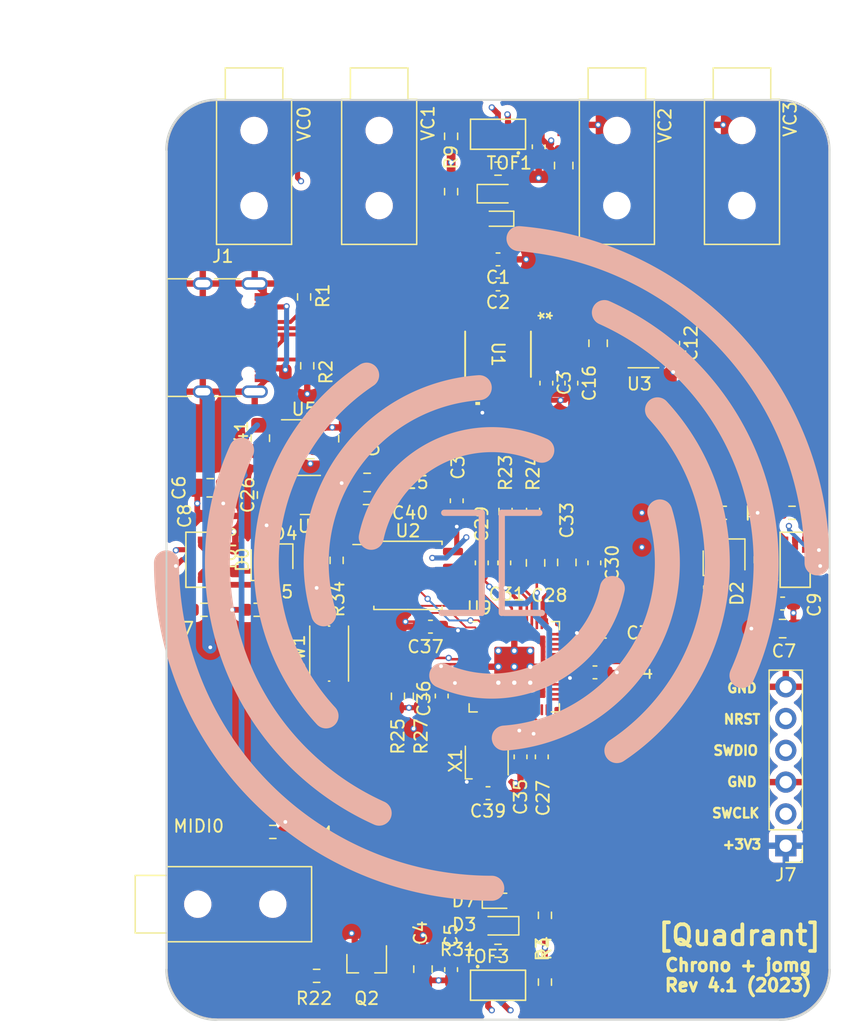
<source format=kicad_pcb>
(kicad_pcb (version 20221018) (generator pcbnew)
  (layers (0 "F.Cu" signal) (1 "In1.Cu" signal) (2 "In2.Cu" signal) (31 "B.Cu" signal) (34 "B.Paste" user) (35 "F.Paste" user) (36 "B.SilkS" user "B.Silkscreen") (37 "F.SilkS" user "F.Silkscreen") (38 "B.Mask" user) (39 "F.Mask" user) (44 "Edge.Cuts" user))
  (net 0 "")
  (net 1 "GND")
  (net 2 "NRST")
  (net 3 "SWDIO")
  (net 4 "SWCLK")
  (net 5 "USB5V")
  (net 6 "+2V8")
  (net 7 "+3V3")
  (net 10 "~{LDAC}")
  (net 11 "SCK")
  (net 12 "~{NSYNC}")
  (net 13 "EN1")
  (net 14 "EN3")
  (net 15 "EN2")
  (net 16 "MIDIO")
  (net 17 "DAC0")
  (net 18 "DAC1")
  (net 19 "DAC2")
  (net 20 "DAC3")
  (net 21 "unconnected-(U9-GPIO6-Pad8)")
  (net 22 "4v8")
  (net 23 "GATE1")
  (net 24 "GATE3")
  (net 25 "GATE0")
  (net 26 "GATE2")
  (net 27 "SCL0")
  (net 28 "SDA0")
  (net 33 "Net-(U9-VREG_VOUT)")
  (net 34 "Net-(U4-BP)")
  (net 35 "Net-(D0-K)")
  (net 36 "Net-(D1-K)")
  (net 37 "Net-(D2-K)")
  (net 38 "Net-(D3-K)")
  (net 39 "Net-(J1-CC2)")
  (net 41 "Net-(J1-CC1)")
  (net 43 "Net-(R34-Pad2)")
  (net 45 "EN0")
  (net 46 "Net-(Q2-D)")
  (net 47 "Net-(TOF3-GPIO1)")
  (net 48 "Net-(TOF0-GPIO1)")
  (net 49 "Net-(TOF2-GPIO1)")
  (net 50 "Net-(TOF1-GPIO1)")
  (net 51 "Net-(U9-USB_DP)")
  (net 52 "Net-(U9-USB_DM)")
  (net 54 "LED0")
  (net 55 "LED1")
  (net 56 "LED2")
  (net 57 "LED3")
  (net 58 "/mcu/SPISS")
  (net 59 "/mcu/SPID3")
  (net 60 "/mcu/SPISCLK")
  (net 61 "/mcu/SPID0")
  (net 62 "/mcu/SPID2")
  (net 63 "/mcu/SPID1")
  (net 64 "USBD+")
  (net 65 "USBD-")
  (net 67 "Net-(U9-XIN)")
  (net 70 "Net-(MIDI0-PadT)")
  (net 72 "Net-(MIDI0-PadR)")
  (net 82 "Net-(D4-A)")
  (net 83 "Net-(D5-A)")
  (net 84 "Net-(D6-A)")
  (net 85 "Net-(D7-A)")
  (footprint "quadrant:PJ-327C-4A" (layer "F.Cu") (at 4.55 -9.225 180)
    (fp_text reference "MIDI0")
    (fp_text value "AudioJack2_Ground_SwitchT")
  )
  (footprint "Resistor_SMD:R_0603_1608Metric_Pad0.98x0.95mm_HandSolder" (layer "F.Cu") (at 8.5 -15 180)
    (fp_text reference "R21")
    (fp_text value "220")
  )
  (footprint "Resistor_SMD:R_0603_1608Metric_Pad0.98x0.95mm_HandSolder" (layer "F.Cu") (at 12 -3.5)
    (fp_text reference "R22")
    (fp_text value "220")
  )
  (footprint "Capacitor_SMD:C_0603_1608Metric_Pad1.08x0.95mm_HandSolder" (layer "F.Cu") (at 30 -21 90)
    (fp_text reference "C27")
    (fp_text value "0.1 uF")
  )
  (footprint "Capacitor_SMD:C_0805_2012Metric_Pad1.18x1.45mm_HandSolder" (layer "F.Cu") (at 29.5 -36.5 -90)
    (fp_text reference "C28")
    (fp_text value "1 uF")
  )
  (footprint "Capacitor_SMD:C_0603_1608Metric_Pad1.08x0.95mm_HandSolder" (layer "F.Cu") (at 25.2 -36.5 -90)
    (fp_text reference "C29")
    (fp_text value "0.1 uF")
  )
  (footprint "Capacitor_SMD:C_0603_1608Metric_Pad1.08x0.95mm_HandSolder" (layer "F.Cu") (at 34.2 -36.5 -90)
    (fp_text reference "C30")
    (fp_text value "0.1 uF")
  )
  (footprint "Capacitor_SMD:C_0603_1608Metric_Pad1.08x0.95mm_HandSolder" (layer "F.Cu") (at 27 -36.5 -90)
    (fp_text reference "C31")
    (fp_text value "0.1 uF")
  )
  (footprint "Capacitor_SMD:C_0805_2012Metric_Pad1.18x1.45mm_HandSolder" (layer "F.Cu") (at 32 -36.5375 -90)
    (fp_text reference "C33")
    (fp_text value "1 uF")
  )
  (footprint "Capacitor_SMD:C_0603_1608Metric_Pad1.08x0.95mm_HandSolder" (layer "F.Cu") (at 34.25 -27.75 180)
    (fp_text reference "C34")
    (fp_text value "0.1 uF")
  )
  (footprint "Capacitor_SMD:C_0603_1608Metric_Pad1.08x0.95mm_HandSolder" (layer "F.Cu") (at 22 -25.8625 90)
    (fp_text reference "C36")
    (fp_text value "0.1 uF")
  )
  (footprint "Capacitor_SMD:C_0603_1608Metric_Pad1.08x0.95mm_HandSolder" (layer "F.Cu") (at 21.1 -31.4)
    (fp_text reference "C37")
    (fp_text value "0.1 uF")
  )
  (footprint "LED_SMD:LED_0603_1608Metric_Pad1.05x0.95mm_HandSolder" (layer "F.Cu") (at 45.5 -36.75 -90)
    (fp_text reference "D2")
    (fp_text value "LED")
  )
  (footprint "LED_SMD:LED_0603_1608Metric_Pad1.05x0.95mm_HandSolder" (layer "F.Cu") (at 7.5 -36.75 90)
    (fp_text reference "D0")
    (fp_text value "LED")
  )
  (footprint "quadrant:PJ-327C-4A" (layer "F.Cu") (at 7 -69 90)
    (fp_text reference "VC0")
    (fp_text value "PJ-327C-4A")
  )
  (footprint "quadrant:PJ-327C-4A" (layer "F.Cu") (at 17 -69 90)
    (fp_text reference "VC1")
    (fp_text value "PJ-327C-4A")
  )
  (footprint "Connector_PinHeader_2.54mm:PinHeader_1x06_P2.54mm_Vertical" (layer "F.Cu") (at 49.5 -13.9 180)
    (fp_text reference "J7")
    (fp_text value "Conn_01x06")
  )
  (footprint "Resistor_SMD:R_0603_1608Metric_Pad0.98x0.95mm_HandSolder" (layer "F.Cu") (at 27.1 -40.6 90)
    (fp_text reference "R23")
    (fp_text value "27")
  )
  (footprint "Resistor_SMD:R_0603_1608Metric_Pad0.98x0.95mm_HandSolder" (layer "F.Cu") (at 29.3 -40.6 90)
    (fp_text reference "R24")
    (fp_text value "27")
  )
  (footprint "quadrant:SENSOR_VL53L0X" (layer "F.Cu") (at 26.5 -2.75)
    (fp_text reference "TOF3")
    (fp_text value "VL53L0X")
  )
  (footprint "quadrant:SENSOR_VL53L0X" (layer "F.Cu") (at 2.75 -36.75 -90)
    (fp_text reference "TOF0")
    (fp_text value "VL53L0X")
  )
  (footprint "quadrant:SENSOR_VL53L0X" (layer "F.Cu") (at 50.25 -36.75 90)
    (fp_text reference "TOF2")
    (fp_text value "VL53L0X")
  )
  (footprint "quadrant:SENSOR_VL53L0X" (layer "F.Cu") (at 26.5 -70.75 180)
    (fp_text reference "TOF1")
    (fp_text value "VL53L0X")
  )
  (footprint "RP2040_minimal:RP2040-QFN-56" (layer "F.Cu") (at 27.8 -28.2)
    (fp_text reference "U9")
    (fp_text value "RP2040")
  )
  (footprint "Resistor_SMD:R_0603_1608Metric_Pad0.98x0.95mm_HandSolder" (layer "F.Cu") (at 11 -57.75 -90)
    (fp_text reference "R1")
    (fp_text value "5.1k")
  )
  (footprint "Resistor_SMD:R_0603_1608Metric_Pad0.98x0.95mm_HandSolder" (layer "F.Cu") (at 11.25 -52.25 90)
    (fp_text reference "R2")
    (fp_text value "5.1k")
  )
  (footprint "Resistor_SMD:R_0603_1608Metric_Pad0.98x0.95mm_HandSolder" (layer "F.Cu") (at 30.25 -8.3375 90)
    (fp_text reference "R3")
    (fp_text value "10k")
  )
  (footprint "Resistor_SMD:R_0603_1608Metric_Pad0.98x0.95mm_HandSolder" (layer "F.Cu") (at 30.25 -3 -90)
    (fp_text reference "R4")
    (fp_text value "10k")
  )
  (footprint "Resistor_SMD:R_0603_1608Metric_Pad0.98x0.95mm_HandSolder" (layer "F.Cu") (at 7.25 -32.75)
    (fp_text reference "R5")
    (fp_text value "10k")
  )
  (footprint "Resistor_SMD:R_0603_1608Metric_Pad0.98x0.95mm_HandSolder" (layer "F.Cu") (at 44.5 -40.5 180)
    (fp_text reference "R6")
    (fp_text value "10k")
  )
  (footprint "Resistor_SMD:R_0603_1608Metric_Pad0.98x0.95mm_HandSolder" (layer "F.Cu") (at 50 -40.5)
    (fp_text reference "R8")
    (fp_text value "10k")
  )
  (footprint "Resistor_SMD:R_0603_1608Metric_Pad0.98x0.95mm_HandSolder" (layer "F.Cu") (at 22.75 -66.1625 -90)
    (fp_text reference "R9")
    (fp_text value "10k")
  )
  (footprint "Resistor_SMD:R_0603_1608Metric_Pad0.98x0.95mm_HandSolder" (layer "F.Cu") (at 22.75 -70.5875 90)
    (fp_text reference "R10" hide)
    (fp_text value "10k")
  )
  (footprint "Resistor_SMD:R_0603_1608Metric_Pad0.98x0.95mm_HandSolder" (layer "F.Cu") (at 26.5 -68)
    (fp_text reference "R29" hide)
    (fp_text value "10")
  )
  (footprint "Resistor_SMD:R_0603_1608Metric_Pad0.98x0.95mm_HandSolder" (layer "F.Cu") (at 47.5 -36.75 -90)
    (fp_text reference "R30")
    (fp_text value "10")
  )
  (footprint "Resistor_SMD:R_0603_1608Metric_Pad0.98x0.95mm_HandSolder" (layer "F.Cu") (at 26.5 -5.5 180)
    (fp_text reference "R31")
    (fp_text value "10")
  )
  (footprint "Capacitor_SMD:C_0805_2012Metric_Pad1.18x1.45mm_HandSolder" (layer "F.Cu") (at 20.5 -4.0375 -90)
    (fp_text reference "C4")
    (fp_text value "4.7 uF")
  )
  (footprint "Capacitor_SMD:C_0603_1608Metric_Pad1.08x0.95mm_HandSolder" (layer "F.Cu") (at 22.75 -4 -90)
    (fp_text reference "C5")
    (fp_text value "0.1 uF")
  )
  (footprint "Capacitor_SMD:C_0805_2012Metric_Pad1.18x1.45mm_HandSolder" (layer "F.Cu") (at 3.5 -42.5 180)
    (fp_text reference "C6")
    (fp_text value "4.7 uF")
  )
  (footprint "Capacitor_SMD:C_0805_2012Metric_Pad1.18x1.45mm_HandSolder" (layer "F.Cu") (at 49.25 -31.25)
    (fp_text reference "C7")
    (fp_text value "4.7 uF")
  )
  (footprint "Capacitor_SMD:C_0603_1608Metric_Pad1.08x0.95mm_HandSolder" (layer "F.Cu") (at 3.75 -40.25 180)
    (fp_text reference "C8")
    (fp_text value "0.1 uF")
  )
  (footprint "Capacitor_SMD:C_0603_1608Metric_Pad1.08x0.95mm_HandSolder" (layer "F.Cu") (at 49.25 -33.25)
    (fp_text reference "C9")
    (fp_text value "0.1 uF")
  )
  (footprint "Capacitor_SMD:C_0805_2012Metric_Pad1.18x1.45mm_HandSolder" (layer "F.Cu") (at 31.75 -68.25 90)
    (fp_text reference "C10" hide)
    (fp_text value "4.7 uF")
  )
  (footprint "Capacitor_SMD:C_0603_1608Metric_Pad1.08x0.95mm_HandSolder" (layer "F.Cu") (at 29.75 -69.75 90)
    (fp_text reference "C11" hide)
    (fp_text value "0.1 uF")
  )
  (footprint "quadrant:PJ-327C-4A" (layer "F.Cu") (at 46 -69 90)
    (fp_text reference "VC3")
    (fp_text value "PJ-327C-4A")
  )
  (footprint "Resistor_SMD:R_0603_1608Metric_Pad0.98x0.95mm_HandSolder" (layer "F.Cu") (at 3 -32.75 180)
    (fp_text reference "R7")
    (fp_text value "10k")
  )
  (footprint "quadrant:PJ-327C-4A" (layer "F.Cu") (at 36 -69 90)
    (fp_text reference "VC2")
    (fp_text value "PJ-327C-4A")
  )
  (footprint "LED_SMD:LED_0603_1608Metric_Pad1.05x0.95mm_HandSolder" (layer "F.Cu") (at 26.5 -7.5 180)
    (fp_text reference "D3")
    (fp_text value "LED")
  )
  (footprint "Resistor_SMD:R_0603_1608Metric_Pad0.98x0.95mm_HandSolder" (layer "F.Cu") (at 5.5 -36.75 90)
    (fp_text reference "R32")
    (fp_text value "10")
  )
  (footprint "Capacitor_SMD:C_0603_1608Metric_Pad1.08x0.95mm_HandSolder" (layer "F.Cu") (at 40.5 -54.05 -90)
    (fp_text reference "C12")
    (fp_text value "0.1 uF")
  )
  (footprint "Capacitor_SMD:C_0805_2012Metric_Pad1.18x1.45mm_HandSolder" (layer "F.Cu") (at 34.5 -54.05 90)
    (fp_text reference "C13" hide)
    (fp_text value "1 uF")
  )
  (footprint "Capacitor_SMD:C_0603_1608Metric_Pad1.08x0.95mm_HandSolder" (layer "F.Cu") (at 23.2 -41.4625 -90)
    (fp_text reference "C38")
    (fp_text value "0.1 uF")
  )
  (footprint "Resistor_SMD:R_0603_1608Metric_Pad0.98x0.95mm_HandSolder" (layer "F.Cu") (at 13.6 -36.7 -90)
    (fp_text reference "R34")
    (fp_text value "1k")
  )
  (footprint "Package_SO:SOIC-8_5.23x5.23mm_P1.27mm" (layer "F.Cu") (at 19.3 -35.5)
    (fp_text reference "U2")
    (fp_text value "W25Q128JVS")
  )
  (footprint "Resistor_SMD:R_0603_1608Metric_Pad0.98x0.95mm_HandSolder" (layer "F.Cu") (at 11.9 -36.7 90)
    (fp_text reference "R35")
    (fp_text value "DNP")
  )
  (footprint "Resistor_SMD:R_0603_1608Metric_Pad0.98x0.95mm_HandSolder" (layer "F.Cu") (at 20.25 -25.8375 90)
    (fp_text reference "R27")
    (fp_text value "2k")
  )
  (footprint "Resistor_SMD:R_0603_1608Metric_Pad0.98x0.95mm_HandSolder" (layer "F.Cu") (at 18.5 -25.8375 90)
    (fp_text reference "R25")
    (fp_text value "2k")
  )
  (footprint "Capacitor_SMD:C_0603_1608Metric_Pad1.08x0.95mm_HandSolder" (layer "F.Cu") (at 25.7 -18.1 180)
    (fp_text reference "C39")
    (fp_text value "10 nF")
  )
  (footprint "Oscillator:Oscillator_SMD_Kyocera_KC2520Z-4Pin_2.5x2.0mm" (layer "F.Cu") (at 25.6 -20.7 90)
    (fp_text reference "X1")
    (fp_text value "XO53")
  )
  (footprint "Capacitor_SMD:C_0603_1608Metric_Pad1.08x0.95mm_HandSolder" (layer "F.Cu") (at 28.3 -21 90)
    (fp_text reference "C35")
    (fp_text value "0.1 uF")
  )
  (footprint "Capacitor_SMD:C_0603_1608Metric_Pad1.08x0.95mm_HandSolder" (layer "F.Cu") (at 35 -31 180)
    (fp_text reference "C32")
    (fp_text value "0.1 uF")
  )
  (footprint "LED_SMD:LED_0603_1608Metric_Pad1.05x0.95mm_HandSolder" (layer "F.Cu") (at 26.5 -66)
    (fp_text reference "D1" hide)
    (fp_text value "LED")
  )
  (footprint "quadrant:SOT-25" (layer "F.Cu") (at 37.8 -53.7 180)
    (fp_text reference "U3")
    (fp_text value "VRH4801NTX")
  )
  (footprint "Package_TO_SOT_SMD:SOT-23" (layer "F.Cu") (at 16 -4.5 -90)
    (fp_text reference "Q2")
    (fp_text value "NCE3400")
  )
  (footprint "quadrant:USB_C_Receptacle_HRO_TYPE-C-31-M-12" (layer "F.Cu") (at 2.9 -54.5 -90)
    (fp_text reference "J1")
    (fp_text value "USB_C_Receptacle_USB2.0")
  )
  (footprint "Capacitor_SMD:C_0603_1608Metric_Pad1.08x0.95mm_HandSolder" (layer "F.Cu") (at 26.5 -58.75 180)
    (fp_text reference "C2")
    (fp_text value "10uF")
  )
  (footprint "Capacitor_SMD:C_0603_1608Metric_Pad1.08x0.95mm_HandSolder" (layer "F.Cu") (at 30.362501 -50.8625 -90)
    (fp_text reference "C3")
    (fp_text value ".1uF")
  )
  (footprint "Package_TO_SOT_SMD:SOT-23-5" (layer "F.Cu") (at 11 -46.375)
    (fp_text reference "U5")
    (fp_text value "LP5907MFX-2.8_NOPB")
  )
  (footprint "Diode_SMD:D_SOD-523" (layer "F.Cu") (at 26.5 -9.5)
    (fp_text reference "D7")
    (fp_text value "D_Schottky")
  )
  (footprint "Diode_SMD:D_SOD-523" (layer "F.Cu") (at 9.5 -36.75 -90)
    (fp_text reference "D4")
    (fp_text value "D_Schottky")
  )
  (footprint "Button_Switch_SMD:SW_Push_1P1T_NO_CK_KMR2" (layer "F.Cu") (at 13 -29.25 90)
    (fp_text reference "SW1")
    (fp_text value "SW_Push")
  )
  (footprint "Diode_SMD:D_SOD-523" (layer "F.Cu") (at 43.5 -36.75 90)
    (fp_text reference "D6")
    (fp_text value "D_Schottky")
  )
  (footprint "Package_TO_SOT_SMD:SOT-23-5" (layer "F.Cu") (at 11.5 -41.925)
    (fp_text reference "U4")
    (fp_text value "RT9193-33GB")
  )
  (footprint "quadrant:RU_16_ADI" (layer "F.Cu") (at 26.5 -53.174999 -90)
    (fp_text reference "U1")
    (fp_text value "AD5317RBRUZ-RL7")
  )
  (footprint "Capacitor_SMD:C_0805_2012Metric_Pad1.18x1.45mm_HandSolder" (layer "F.Cu") (at 16 -40.425)
    (fp_text reference "C40")
    (fp_text value "22nF")
  )
  (footprint "Capacitor_SMD:C_0805_2012Metric_Pad1.18x1.45mm_HandSolder" (layer "F.Cu") (at 7.5 -46.4625 -90)
    (fp_text reference "C41")
    (fp_text value "1 uF")
  )
  (footprint "Capacitor_SMD:C_0805_2012Metric_Pad1.18x1.45mm_HandSolder" (layer "F.Cu") (at 8 -41.925 90)
    (fp_text reference "C26")
    (fp_text value "1 uF")
  )
  (footprint "Capacitor_SMD:C_0603_1608Metric_Pad1.08x0.95mm_HandSolder" (layer "F.Cu") (at 32.362501 -50.8625 -90)
    (fp_text reference "C16")
    (fp_text value "10uF")
  )
  (footprint "Capacitor_SMD:C_0805_2012Metric_Pad1.18x1.45mm_HandSolder" (layer "F.Cu") (at 16.0375 -42.925)
    (fp_text reference "C25")
    (fp_text value "1 uF")
  )
  (footprint "Capacitor_SMD:C_0603_1608Metric_Pad1.08x0.95mm_HandSolder" (layer "F.Cu") (at 26.5 -60.75 180)
    (fp_text reference "C1")
    (fp_text value ".1uF")
  )
  (footprint "Diode_SMD:D_SOD-523" (layer "F.Cu") (at 26.5 -64 180)
    (fp_text reference "D5" hide)
    (fp_text value "D_Schottky")
  )
  (footprint "Capacitor_SMD:C_0805_2012Metric_Pad1.18x1.45mm_HandSolder" (layer "F.Cu") (at 14.5 -46.425 -90)
    (fp_text reference "C42")
    (fp_text value "1 uF")
  )
  (gr_arc (start 35 -56.5) (mid 46.506097 -44.278175) (end 46 -27.5) (stroke (width 2)) (layer "B.SilkS"))
  (gr_arc (start 39.246857 -48.727869) (mid 43.90093 -34.365358) (end 36 -21.5) (stroke (width 2)) (layer "B.SilkS"))
  (gr_arc (start 39.432435 -40.570589) (mid 37.563319 -28.54452) (end 27 -22.5) (stroke (width 2)) (layer "B.SilkS"))
  (gr_arc (start 17 -16.5) (mid 5.493903 -28.721825) (end 6 -45.5) (stroke (width 2)) (layer "B.SilkS"))
  (gr_arc (start 12.753143 -24.272131) (mid 8.09907 -38.634642) (end 16 -51.5) (stroke (width 2)) (layer "B.SilkS"))
  (gr_arc (start 12.567565 -32.429411) (mid 14.436681 -44.45548) (end 25 -50.5) (stroke (width 2)) (layer "B.SilkS"))
  (gr_arc (start 35.634357 -34.455697) (mid 30.475704 -27.726854) (end 22 -27.5) (stroke (width 2)) (layer "B.SilkS"))
  (gr_arc (start 16.365643 -38.544303) (mid 21.524296 -45.273146) (end 30 -45.5) (stroke (width 2)) (layer "B.SilkS"))
  (gr_line (start 26.8 -32.5) (end 26.8 -40.5) (stroke (width 0.5)) (layer "B.SilkS"))
  (gr_line (start 26.8 -40.5) (end 29.8 -40.5) (stroke (width 0.5)) (layer "B.SilkS"))
  (gr_line (start 30 -32.5) (end 27 -32.5) (stroke (width 0.5)) (layer "B.SilkS"))
  (gr_line (start 25.2 -40.5) (end 25.2 -32.5) (stroke (width 0.5)) (layer "B.SilkS"))
  (gr_line (start 22.2 -40.5) (end 25.2 -40.5) (stroke (width 0.5)) (layer "B.SilkS"))
  (gr_line (start 25 -32.5) (end 22 -32.5) (stroke (width 0.5)) (layer "B.SilkS"))
  (gr_arc (start 26 -10.5) (mid 7.615224 -18.115224) (end 0 -36.5) (stroke (width 2)) (layer "B.SilkS"))
  (gr_arc (start 28.175624 -62.408814) (mid 45.138524 -54.098775) (end 52 -36.5) (stroke (width 2)) (layer "B.SilkS"))
  (gr_arc (start 4 0) (mid 1.171573 -1.171573) (end 0 -4) (stroke (width 0.2)) (layer "Edge.Cuts"))
  (gr_line (start 0 -69.5) (end 0 -4) (stroke (width 0.15)) (layer "Edge.Cuts"))
  (gr_line (start 4 -73.5) (end 49 -73.5) (stroke (width 0.15)) (layer "Edge.Cuts"))
  (gr_arc (start 0 -69.5) (mid 1.171573 -72.328427) (end 4 -73.5) (stroke (width 0.2)) (layer "Edge.Cuts"))
  (gr_line (start 4 0) (end 49 0) (stroke (width 0.15)) (layer "Edge.Cuts"))
  (gr_arc (start 49 -73.5) (mid 51.828427 -72.328427) (end 53 -69.5) (stroke (width 0.15)) (layer "Edge.Cuts"))
  (gr_arc (start 53 -4) (mid 51.828427 -1.171573) (end 49 0) (stroke (width 0.2)) (layer "Edge.Cuts"))
  (gr_line (start 53 -69.5) (end 53 -4) (stroke (width 0.15)) (layer "Edge.Cuts"))
  (gr_text "SWDIO" (at 45.5 -21.5) (layer "F.SilkS") (effects (font (size 0.762 0.762) (thickness 0.1905))))
  (gr_text "GND" (at 46 -26.5) (layer "F.SilkS") (effects (font (size 0.762 0.762) (thickness 0.1905))))
  (gr_text "GND" (at 46 -19) (layer "F.SilkS") (effects (font (size 0.762 0.762) (thickness 0.1905))))
  (gr_text "SWCLK" (at 45.5 -16.5) (layer "F.SilkS") (effects (font (size 0.762 0.762) (thickness 0.1905))))
  (gr_text "+3V3" (at 46 -14) (layer "F.SilkS") (effects (font (size 0.762 0.762) (thickness 0.1905))))
  (gr_text "NRST" (at 46 -24) (layer "F.SilkS") (effects (font (size 0.762 0.762) (thickness 0.1905))))
  (gr_text "[Quadrant]" (at 45.8 -6.75) (layer "F.SilkS") (effects (font (size 1.6 1.6) (thickness 0.3))))
  (gr_text "Chrono + jomg\nRev 4.1 (2023)" (at 45.7 -3.55) (layer "F.SilkS") (effects (font (size 1 1) (thickness 0.25))))
  (segment (start 4.5375 -42.5) (end 4.5375 -40.325) (width 0.4064) (layer "F.Cu") (net 1))
  (segment (start 2.75 -38.35) (end 2.75 -37.888) (width 0.4572) (layer "F.Cu") (net 1))
  (segment (start 3.55 -37.55) (end 4.012 -37.55) (width 0.4572) (layer "F.Cu") (net 1))
  (segment (start 49.8 -35.95) (end 49.45 -35.95) (width 0.4572) (layer "F.Cu") (net 1))
  (segment (start 14.5 -45.3875) (end 14.4625 -45.3875) (width 0.508) (layer "F.Cu") (net 1))
  (segment (start 24.987 -4.725) (end 23 -4.725) (width 0.4572) (layer "F.Cu") (net 1))
  (segment (start 19.8375 -31.8) (end 20.2375 -31.4) (width 0.2032) (layer "F.Cu") (net 1))
  (segment (start 48.7936 -35.95) (end 48.3875 -35.5439) (width 0.4064) (layer "F.Cu") (net 1))
  (segment (start 25.7 -2.8428) (end 25.7 -3.55) (width 0.4572) (layer "F.Cu") (net 1))
  (segment (start 50.25 -35.5) (end 49.8 -35.95) (width 0.4572) (layer "F.Cu") (net 1))
  (segment (start 22 -25) (end 22 -24.25) (width 0.4064) (layer "F.Cu") (net 1))
  (segment (start 50.25 -37.6428) (end 50.1572 -37.55) (width 0.4572) (layer "F.Cu") (net 1))
  (segment (start 19.1 -31.8) (end 19.8375 -31.8) (width 0.2032) (layer "F.Cu") (net 1))
  (segment (start 25.6072 -2.75) (end 25.7 -2.8428) (width 0.4572) (layer "F.Cu") (net 1))
  (segment (start 29 -49.5) (end 31.862501 -49.5) (width 0.4064) (layer "F.Cu") (net 1))
  (segment (start 2.75 -37.888) (end 3.088 -37.55) (width 0.4572) (layer "F.Cu") (net 1))
  (segment (start 7.945 -51.25) (end 7.945 -51.095) (width 0.4064) (layer "F.Cu") (net 1))
  (segment (start 7.945 -57.905) (end 7.03 -58.82) (width 0.4064) (layer "F.Cu") (net 1))
  (segment (start 25.7 -3.55) (end 25.7 -4.012) (width 0.4572) (layer "F.Cu") (net 1))
  (segment (start 4.5375 -40.325) (end 4.6125 -40.25) (width 0.4064) (layer "F.Cu") (net 1))
  (segment (start 28.774999 -49.725001) (end 29 -49.5) (width 0.4064) (layer "F.Cu") (net 1))
  (segment (start 27.3625 -60.75) (end 27.3625 -58.75) (width 0.4064) (layer "F.Cu") (net 1))
  (segment (start 49.45 -35.95) (end 48.7936 -35.95) (width 0.4064) (layer "F.Cu") (net 1))
  (segment (start 28.1 -70.75) (end 27.3928 -70.75) (width 0.4572) (layer "F.Cu") (net 1))
  (segment (start 29.5 -38) (end 31.5 -40) (width 0.508) (layer "F.Cu") (net 1))
  (segment (start 25.6072 -70.75) (end 25.7 -70.6572) (width 0.4572) (layer "F.Cu") (net 1))
  (segment (start 31.75 -67.2125) (end 31.425 -67.2125) (width 0.4572) (layer "F.Cu") (net 1))
  (segment (start 14.4625 -45.3875) (end 13.5 -44.425) (width 0.508) (layer "F.Cu") (net 1))
  (segment (start 24.9 -2.75) (end 25.6072 -2.75) (width 0.4572) (layer "F.Cu") (net 1))
  (segment (start 2.75 -35.15) (end 2.75 -35.612) (width 0.4572) (layer "F.Cu") (net 1))
  (segment (start 7.945 -57.75) (end 7.945 -57.905) (width 0.4064) (layer "F.Cu") (net 1))
  (segment (start 8 -40.8875) (end 8 -39.5) (width 0.508) (layer "F.Cu") (net 1))
  (segment (start 24.9 -70.75) (end 25.6072 -70.75) (width 0.4572) (layer "F.Cu") (net 1))
  (segment (start 31.862501 -49.5) (end 32.362501 -50) (width 0.4064) (layer "F.Cu") (net 1))
  (segment (start 8.45 -46.375) (end 9.8625 -46.375) (width 0.508) (layer "F.Cu") (net 1))
  (segment (start 26.825001 -58.212501) (end 27.3625 -58.75) (width 0.4064) (layer "F.Cu") (net 1))
  (segment (start 27.3 -70.6572) (end 27.3 -69.95) (width 0.4572) (layer "F.Cu") (net 1))
  (segment (start 4.6125 -38.1505) (end 4.6125 -40.25) (width 0.4572) (layer "F.Cu") (net 1))
  (segment (start 28.1 -2.75) (end 27.3928 -2.75) (width 0.4572) (layer "F.Cu") (net 1))
  (segment (start 5.5 -38.8695) (end 5.3695 -39) (width 0.4064) (layer "F.Cu") (net 1))
  (segment (start 50.25 -38.35) (end 50.25 -37.6428) (width 0.4572) (layer "F.Cu") (net 1))
  (segment (start 22 -24.25) (end 21 -23.25) (width 0.4064) (layer "F.Cu") (net 1))
  (segment (start 32 -38.5) (end 32 -40) (width 0.508) (layer "F.Cu") (net 1))
  (segment (start 48.3875 -35.5439) (end 48.3875 -33.25) (width 0.4064) (layer "F.Cu") (net 1))
  (segment (start 3.088 -37.55) (end 3.55 -37.55) (width 0.4572) (layer "F.Cu") (net 1))
  (segment (start 10.3625 -41.925) (end 9.0375 -41.925) (width 0.508) (layer "F.Cu") (net 1))
  (segment (start 4.012 -37.55) (end 4.6125 -38.1505) (width 0.4572) (layer "F.Cu") (net 1))
  (segment (start 13.5 -44.425) (end 11.5 -44.425) (width 0.508) (layer "F.Cu") (net 1))
  (segment (start 26.825001 -56) (end 26.825001 -58.212501) (width 0.4064) (layer "F.Cu") (net 1))
  (segment (start 27.3 -2.8428) (end 27.3 -3.55) (width 0.4572) (layer "F.Cu") (net 1))
  (segment (start 36 -27.75) (end 35.1125 -27.75) (width 0.4064) (layer "F.Cu") (net 1))
  (segment (start 34.025 -37.5375) (end 34.2 -37.3625) (width 0.508) (layer "F.Cu") (net 1))
  (segment (start 27.3928 -2.75) (end 27.3 -2.8428) (width 0.4572) (layer "F.Cu") (net 1))
  (segment (start 5.5 -37.6625) (end 5.5 -38.8695) (width 0.4064) (layer "F.Cu") (net 1))
  (segment (start 28.774999 -50.349998) (end 28.774999 -49.725001) (width 0.4064) (layer "F.Cu") (net 1))
  (segment (start 7.5 -45.425) (end 8.45 -46.375) (width 0.508) (layer "F.Cu") (net 1))
  (segment (start 3.088 -35.95) (end 3.55 -35.95) (width 0.4572) (layer "F.Cu") (net 1))
  (segment (start 25.7 -70.6572) (end 25.7 -69.95) (width 0.4572) (layer "F.Cu") (net 1))
  (segment (start 50.25 -35.15) (end 50.25 -35.5) (width 0.4572) (layer "F.Cu") (net 1))
  (segment (start 2.75 -35.612) (end 3.088 -35.95) (width 0.4572) (layer "F.Cu") (net 1))
  (segment (start 27.3928 -70.75) (end 27.3 -70.6572) (width 0.4572) (layer "F.Cu") (net 1))
  (segment (start 29.5 -37.5375) (end 29.5 -38) (width 0.508) (layer "F.Cu") (net 1))
  (segment (start 29.5 -37.5375) (end 34.025 -37.5375) (width 0.508) (layer "F.Cu") (net 1))
  (segment (start 31.425 -67.2125) (end 29.75 -68.8875) (width 0.4572) (layer "F.Cu") (net 1))
  (segment (start 32 -37.575) (end 32 -38.5) (width 0.508) (layer "F.Cu") (net 1))
  (segment (start 50.1572 -37.55) (end 49.45 -37.55) (width 0.4572) (layer "F.Cu") (net 1))
  (segment (start 8 -40.8875) (end 8.5375 -40.8875) (width 0.508) (layer "F.Cu") (net 1))
  (segment (start 25.7 -4.012) (end 24.987 -4.725) (width 0.4572) (layer "F.Cu") (net 1))
  (segment (start 48.2125 -31.25) (end 46.75 -31.25) (width 0.4064) (layer "F.Cu") (net 1))
  (segment (start 20.5 -5.075) (end 20.5 -6.75) (width 0.4064) (layer "F.Cu") (net 1))
  (segment (start 9.0375 -41.925) (end 8 -40.8875) (width 0.508) (layer "F.Cu") (net 1))
  (segment (start 21 -23.25) (end 19.75 -23.25) (width 0.4064) (layer "F.Cu") (net 1))
  (segment (start 7.945 -51.095) (end 7.03 -50.18) (width 0.4064) (layer "F.Cu") (net 1))
  (via (at 40.5 -51.75) (size 0.5) (drill 0.3) (layers "F.Cu" "B.Cu") (net 1))
  (via (at 11.25 -50) (size 0.5) (drill 0.3) (layers "F.Cu" "B.Cu") (net 1))
  (via (at 46.75 -31.25) (size 0.5) (drill 0.3) (layers "F.Cu" "B.Cu") (net 1))
  (via (at 14.8 -6.9) (size 0.5) (drill 0.3) (layers "F.Cu" "B.Cu") (net 1))
  (via (at 5.3695 -39) (size 0.5) (drill 0.3) (layers "F.Cu" "B.Cu") (net 1))
  (via (at 38 -37.75) (size 0.5) (drill 0.3) (layers "F.Cu" "B.Cu") (net 1))
  (via (at 19.75 -23.25) (size 0.5) (drill 0.3) (layers "F.Cu" "B.Cu") (net 1))
  (via (at 4.5375 -41.25) (size 0.5) (drill 0.3) (layers "F.Cu" "B.Cu") (net 1))
  (via (at 29.75 -67.25) (size 0.5) (drill 0.3) (layers "F.Cu" "B.Cu") (net 1))
  (via (at 38 -40.5) (size 0.5) (drill 0.3) (layers "F.Cu" "B.Cu") (net 1))
  (via (at 3.5 -29.75) (size 0.5) (drill 0.3) (layers "F.Cu" "B.Cu") (net 1))
  (via (at 31.5 -49.5) (size 0.5) (drill 0.3) (layers "F.Cu" "B.Cu") (net 1))
  (via (at 11.5 -44.425) (size 0.5) (drill 0.3) (layers "F.Cu" "B.Cu") (net 1))
  (via (at 20.5 -6.75) (size 0.5) (drill 0.3) (layers "F.Cu" "B.Cu") (net 1))
  (via (at 8 -39.5) (size 0.5) (drill 0.3) (layers "F.Cu" "B.Cu") (net 1))
  (via (at 34.5 -71.5) (size 0.5) (drill 0.3) (layers "F.Cu" "B.Cu") (net 1))
  (via (at 19.1 -31.8) (size 0.5) (drill 0.3) (layers "F.Cu" "B.Cu") (net 1))
  (via (at 28.75 -60.75) (size 0.5) (drill 0.3) (layers "F.Cu" "B.Cu") (net 1))
  (via (at 44.5 -71.5) (size 0.5) (drill 0.3) (layers "F.Cu" "B.Cu") (net 1))
  (via (at 36 -27.75) (size 0.5) (drill 0.3) (layers "F.Cu" "B.Cu") (net 1))
  (via (at 27.9 -18.9) (size 0.5) (drill 0.3) (layers "F.Cu" "B.Cu") (net 1))
  (segment (start 3.3649 -29.8851) (end 3.5 -29.75) (width 1) (layer "B.Cu") (net 1))
  (segment (start 2.9 -50.18) (end 3.3649 -49.7151) (width 1) (layer "B.Cu") (net 1))
  (segment (start 3.3649 -49.7151) (end 3.3649 -29.8851) (width 1) (layer "B.Cu") (net 1))
  (segment (start 29.2 -24.295064) (end 30.485444 -23.00962) (width 0.2032) (layer "F.Cu") (net 3))
  (segment (start 29.2 -24.7625) (end 29.2 -24.295064) (width 0.2032) (layer "F.Cu") (net 3))
  (segment (start 28.8 -24.7625) (end 28.8 -24.1) (width 0.2032) (layer "F.Cu") (net 4))
  (segment (start 28.8 -24.1) (end 30.24599 -22.65401) (width 0.2032) (layer "F.Cu") (net 4))
  (segment (start 9.8625 -47.325) (end 7.675 -47.325) (width 0.508) (layer "F.Cu") (net 5))
  (segment (start 7.78 -52.05) (end 9.381001 -52.05) (width 0.508) (layer "F.Cu") (net 5))
  (segment (start 10.3625 -40.975) (end 10.861868 -40.975) (width 0.508) (layer "F.Cu") (net 5))
  (segment (start 9.8625 -43.375) (end 10.3625 -42.875) (width 0.7) (layer "F.Cu") (net 5))
  (segment (start 9.5 -47.6875) (end 9.8625 -47.325) (width 0.508) (layer "F.Cu") (net 5))
  (segment (start 9.8625 -45.425) (end 10.361868 -45.425) (width 0.508) (layer "F.Cu") (net 5))
  (segment (start 9.55 -56.95) (end 9.6 -57) (width 0.4064) (layer "F.Cu") (net 5))
  (segment (start 25.6375 -60.75) (end 25.6375 -58.75) (width 0.4064) (layer "F.Cu") (net 5))
  (segment (start 10.861868 -42.875) (end 10.3625 -42.875) (width 0.508) (layer "F.Cu") (net 5))
  (segment (start 9.381001 -52.05) (end 9.5 -51.931001) (width 0.508) (layer "F.Cu") (net 5))
  (segment (start 11 -46.063132) (end 11 -46.686868) (width 0.508) (layer "F.Cu") (net 5))
  (segment (start 8 -42.9625) (end 10.275 -42.9625) (width 0.508) (layer "F.Cu") (net 5))
  (segment (start 7.675 -47.325) (end 7.5 -47.5) (width 0.508) (layer "F.Cu") (net 5))
  (segment (start 26.175002 -58.212498) (end 25.6375 -58.75) (width 0.4064) (layer "F.Cu") (net 5))
  (segment (start 10.861868 -40.975) (end 11.4314 -41.544532) (width 0.508) (layer "F.Cu") (net 5))
  (segment (start 9.5 -15.8) (end 9.4125 -15) (width 0.4572) (layer "F.Cu") (net 5))
  (segment (start 10.361868 -45.425) (end 11 -46.063132) (width 0.508) (layer "F.Cu") (net 5))
  (segment (start 9.5 -51.931001) (end 9.5 -47.6875) (width 1) (layer "F.Cu") (net 5))
  (segment (start 11 -46.686868) (end 10.361868 -47.325) (width 0.508) (layer "F.Cu") (net 5))
  (segment (start 9.8625 -45.425) (end 9.8625 -43.375) (width 0.7) (layer "F.Cu") (net 5))
  (segment (start 7.945 -56.95) (end 9.55 -56.95) (width 0.4064) (layer "F.Cu") (net 5))
  (segment (start 10.361868 -47.325) (end 9.8625 -47.325) (width 0.508) (layer "F.Cu") (net 5))
  (segment (start 11.4314 -41.544532) (end 11.4314 -42.305468) (width 0.508) (layer "F.Cu") (net 5))
  (segment (start 11.4314 -42.305468) (end 10.861868 -42.875) (width 0.508) (layer "F.Cu") (net 5))
  (segment (start 10.275 -42.9625) (end 10.3625 -42.875) (width 0.508) (layer "F.Cu") (net 5))
  (segment (start 26.175002 -56) (end 26.175002 -58.212498) (width 0.4064) (layer "F.Cu") (net 5))
  (via (at 9.5 -15.8) (size 0.5) (drill 0.3) (layers "F.Cu" "B.Cu") (net 5))
  (via (at 9.5 -51.931001) (size 0.5) (drill 0.3) (layers "F.Cu" "B.Cu") (net 5))
  (via (at 9.6 -57) (size 0.5) (drill 0.3) (layers "F.Cu" "B.Cu") (net 5))
  (segment (start 9.5 -52.4) (end 9.6 -52.5) (width 0.4064) (layer "B.Cu") (net 5))
  (segment (start 7.25 -47.5) (end 6.2 -46.45) (width 0.4572) (layer "B.Cu") (net 5))
  (segment (start 9.6 -52.5) (end 9.6 -57) (width 0.4064) (layer "B.Cu") (net 5))
  (segment (start 6.25 -43.5) (end 6 -43.25) (width 0.4572) (layer "B.Cu") (net 5))
  (segment (start 6.2 -46.45) (end 6.2 -43.55) (width 0.4572) (layer "B.Cu") (net 5))
  (segment (start 6 -19.7) (end 9.5 -16.2) (width 0.4572) (layer "B.Cu") (net 5))
  (segment (start 9.5 -51.931001) (end 9.5 -52.4) (width 0.4064) (layer "B.Cu") (net 5))
  (segment (start 6.2 -43.55) (end 6.25 -43.5) (width 0.4572) (layer "B.Cu") (net 5))
  (segment (start 6 -43.25) (end 6 -19.7) (width 0.4572) (layer "B.Cu") (net 5))
  (segment (start 9.5 -16.2) (end 9.5 -15.8) (width 0.4572) (layer "B.Cu") (net 5))
  (segment (start 2.8875 -40.25) (end 3.55 -39.5875) (width 0.4572) (layer "F.Cu") (net 6))
  (segment (start 31.75 -69.2875) (end 31.075 -69.2875) (width 0.4572) (layer "F.Cu") (net 6))
  (segment (start 51.05 -35.15) (end 51.05 -34.1875) (width 0.4572) (layer "F.Cu") (net 6))
  (segment (start 2.4625 -42.5) (end 2.4625 -40.675) (width 0.4572) (layer "F.Cu") (net 6))
  (segment (start 50.1125 -33.25) (end 49.45 -33.9125) (width 0.4572) (layer "F.Cu") (net 6))
  (segment (start 51.05 -34.1875) (end 50.1125 -33.25) (width 0.4572) (layer "F.Cu") (net 6))
  (segment (start 30.55625 -69.80625) (end 29.75 -70.6125) (width 0.4572) (layer "F.Cu") (net 6))
  (segment (start 23.9375 -1.95) (end 22.75 -3.1375) (width 0.4572) (layer "F.Cu") (net 6))
  (segment (start 3.55 -39.5875) (end 3.55 -38.35) (width 0.4572) (layer "F.Cu") (net 6))
  (segment (start 12.1375 -47.325) (end 14.3625 -47.325) (width 0.508) (layer "F.Cu") (net 6))
  (segment (start 50.1125 -31.425) (end 50.2875 -31.25) (width 0.4572) (layer "F.Cu") (net 6))
  (segment (start 31.075 -69.2875) (end 30.55625 -69.80625) (width 0.4572) (layer "F.Cu") (net 6))
  (segment (start 30.25 -7.425) (end 30.25 -3.9125) (width 0.4572) (layer "F.Cu") (net 6))
  (segment (start 24.9 -3.55) (end 23.55 -3.55) (width 0.4572) (layer "F.Cu") (net 6))
  (segment (start 30.75 -70) (end 30.75 -70.25) (width 0.4572) (layer "F.Cu") (net 6))
  (segment (start 30.55625 -69.80625) (end 30.75 -70) (width 0.4572) (layer "F.Cu") (net 6))
  (segment (start 22.75 -3.1375) (end 20.6375 -3.1375) (width 0.4572) (layer "F.Cu") (net 6))
  (segment (start 28.1 -71.55) (end 28.8125 -71.55) (width 0.4572) (layer "F.Cu") (net 6))
  (segment (start 20.6375 -3.1375) (end 20.5 -3) (width 0.4572) (layer "F.Cu") (net 6))
  (segment (start 20.25 -24.925) (end 19.291353 -24.925) (width 0.4064) (layer "F.Cu") (net 6))
  (segment (start 28.8125 -71.55) (end 30 -70.3625) (width 0.4572) (layer "F.Cu") (net 6))
  (segment (start 50.1125 -33.25) (end 50.1125 -31.425) (width 0.4572) (layer "F.Cu") (net 6))
  (segment (start 23.55 -3.55) (end 23 -3) (width 0.4572) (layer "F.Cu") (net 6))
  (segment (start 24.9 -1.95) (end 23.9375 -1.95) (width 0.4572) (layer "F.Cu") (net 6))
  (segment (start 6.3375 -32.75) (end 3.9125 -32.75) (width 0.4572) (layer "F.Cu") (net 6))
  (segment (start 14.3625 -47.325) (end 14.5 -47.4625) (width 0.508) (layer "F.Cu") (net 6))
  (segment (start 19.291353 -24.925) (end 18.5 -24.925) (width 0.4064) (layer "F.Cu") (net 6))
  (segment (start 29.5875 -69.95) (end 28.1 -69.95) (width 0.4572) (layer "F.Cu") (net 6))
  (segment (start 49.45 -33.9125) (end 49.45 -35.15) (width 0.4572) (layer "F.Cu") (net 6))
  (segment (start 22.75 -69.675) (end 22.75 -67.075) (width 0.7) (layer "F.Cu") (net 6))
  (segment (start 30 -70.3625) (end 29.5875 -69.95) (width 0.4572) (layer "F.Cu") (net 6))
  (segment (start 2.4625 -40.675) (end 2.8875 -40.25) (width 0.4572) (layer "F.Cu") (net 6))
  (segment (start 1.95 -39.3125) (end 2.8875 -40.25) (width 0.4572) (layer "F.Cu") (net 6))
  (segment (start 1.95 -38.35) (end 1.95 -39.3125) (width 0.4572) (layer "F.Cu") (net 6))
  (segment (start 45.4125 -40.5) (end 49.0875 -40.5) (width 0.4572) (layer "F.Cu") (net 6))
  (via (at 30.25 -5.75) (size 0.5) (drill 0.3) (layers "F.Cu" "B.Cu") (net 6))
  (via (at 21.75 -3.1375) (size 0.5) (drill 0.3) (layers "F.Cu" "B.Cu") (net 6))
  (via (at 13.25 -47.325) (size 0.5) (drill 0.3) (layers "F.Cu" "B.Cu") (net 6))
  (via (at 5.25 -32.75) (size 0.5) (drill 0.3) (layers "F.Cu" "B.Cu") (net 6))
  (via (at 50.1125 -32.5) (size 0.5) (drill 0.3) (layers "F.Cu" "B.Cu") (net 6))
  (via (at 47.25 -40.5) (size 0.5) (drill 0.3) (layers "F.Cu" "B.Cu") (net 6))
  (via (at 30.75 -70.25) (size 0.5) (drill 0.3) (layers "F.Cu" "B.Cu") (net 6))
  (via (at 22.75 -68.5) (size 0.5) (drill 0.3) (layers "F.Cu" "B.Cu") (net 6))
  (via (at 2.4625 -41.25) (size 0.5) (drill 0.3) (layers "F.Cu" "B.Cu") (net 6))
  (via (at 19.378927 -24.924189) (size 0.5) (drill 0.3) (layers "F.Cu" "B.Cu") (net 6))
  (segment (start 23.2 -39.4) (end 23.2 -37.705) (width 0.4064) (layer "F.Cu") (net 7))
  (segment (start 21.9625 -31.4) (end 22.4625 -30.9) (width 0.4064) (layer "F.Cu") (net 7))
  (segment (start 30 -33.5) (end 30.2 -33.7) (width 0.2032) (layer "F.Cu") (net 7))
  (segment (start 34.1375 -31) (end 32.9 -31) (width 0.4064) (layer "F.Cu") (net 7))
  (segment (start 28 -24.7625) (end 28 -22.1625) (width 0.2032) (layer "F.Cu") (net 7))
  (segment (start 28 -31.6375) (end 28.4 -31.6375) (width 0.2032) (layer "F.Cu") (net 7))
  (segment (start 30.2 -31.7) (end 30.2 -33.3) (width 0.4064) (layer "F.Cu") (net 7))
  (segment (start 32.15 -27.2) (end 31.2375 -27.2) (width 0.254) (layer "F.Cu") (net 7))
  (segment (start 27 -34.600004) (end 27.1 -34.500004) (width 0.4064) (layer "F.Cu") (net 7))
  (segment (start 28.3 -21.8625) (end 28.3 -23) (width 0.4064) (layer "F.Cu") (net 7))
  (segment (start 24.3625 -27.2) (end 23.5 -27.2) (width 0.254) (layer "F.Cu") (net 7))
  (segment (start 12.6375 -42.875) (end 14.95 -42.875) (width 0.508) (layer "F.Cu") (net 7))
  (segment (start 30.2 -33.7) (end 32 -35.5) (width 0.4064) (layer "F.Cu") (net 7))
  (segment (start 28 -22.1625) (end 28.3 -21.8625) (width 0.2032) (layer "F.Cu") (net 7))
  (segment (start 28.124998 -50.349998) (end 28.124998 -51.317197) (width 0.4064) (layer "F.Cu") (net 7))
  (segment (start 23.2 -40.6) (end 23.2 -39.4) (width 0.4064) (layer "F.Cu") (net 7))
  (segment (start 12 -34.5) (end 12 -35.6875) (width 0.4064) (layer "F.Cu") (net 7))
  (segment (start 30 -31.6375) (end 30 -33.5) (width 0.2032) (layer "F.Cu") (net 7))
  (segment (start 32.7 -27.75) (end 33.3875 -27.75) (width 0.4064) (layer "F.Cu") (net 7))
  (segment (start 30.2 -33.7) (end 30.4 -33.5) (width 0.4064) (layer "F.Cu") (net 7))
  (segment (start 32.362501 -51.725) (end 30.362501 -51.725) (width 0.4064) (layer "F.Cu") (net 7))
  (segment (start 24.037496 -19.0375) (end 24 -19.000004) (width 0.3048) (layer "F.Cu") (net 7))
  (segment (start 32.9 -31) (end 32.8 -30.9) (width 0.4064) (layer "F.Cu") (net 7))
  (segment (start 28.3 -33.300004) (end 27.1 -34.500004) (width 0.3048) (layer "F.Cu") (net 7))
  (segment (start 14.95 -42.875) (end 15 -42.925) (width 0.508) (layer "F.Cu") (net 7))
  (segment (start 23 -26.9) (end 22.175 -26.9) (width 0.254) (layer "F.Cu") (net 7))
  (segment (start 22 -26.725) (end 21.825 -26.9) (width 0.254) (layer "F.Cu") (net 7))
  (segment (start 31.2375 -30.8) (end 33.7625 -30.8) (width 0.254) (layer "F.Cu") (net 7))
  (segment (start 28.3 -31.7) (end 28.3 -33.300004) (width 0.3048) (layer "F.Cu") (net 7))
  (segment (start 24.8375 -19.8125) (end 24.675 -19.975) (width 0.3048) (layer "F.Cu") (net 7))
  (segment (start 32 -35.5) (end 34.0625 -35.5) (width 0.2032) (layer "F.Cu") (net 7))
  (segment (start 33.7625 -30.8) (end 33.9625 -31) (width 0.254) (layer "F.Cu") (net 7))
  (segment (start 24.8375 -18.1) (end 24.8375 -19.0375) (width 0.3048) (layer "F.Cu") (net 7))
  (segment (start 24.8375 -19.0375) (end 24.037496 -19.0375) (width 0.3048) (layer "F.Cu") (net 7))
  (segment (start 12 -35.6875) (end 11.9 -35.7875) (width 0.4064) (layer "F.Cu") (net 7))
  (segment (start 24.3625 -30.8) (end 23.7625 -30.8) (width 0.2032) (layer "F.Cu") (net 7))
  (segment (start 22.4625 -30.9) (end 24.2625 -30.9) (width 0.4064) (layer "F.Cu") (net 7))
  (segment (start 34.0625 -35.5) (end 34.2 -35.6375) (width 0.2032) (layer "F.Cu") (net 7))
  (segment (start 23.2 -37.705) (end 22.9 -37.405) (width 0.4064) (layer "F.Cu") (net 7))
  (segment (start 23 -26.9) (end 23.0543 -26.9) (width 0.254) (layer "F.Cu") (net 7))
  (segment (start 24.675 -21.425) (end 24.675 -19.975) (width 0.3048) (layer "F.Cu") (net 7))
  (segment (start 32.25 -27.3) (end 32.7 -27.75) (width 0.4064) (layer "F.Cu") (net 7))
  (segment (start 28.124998 -51.317197) (end 28.532801 -51.725) (width 0.4064) (layer "F.Cu") (net 7))
  (segment (start 23.5 -27.2) (end 23.2 -26.9) (width 0.254) (layer "F.Cu") (net 7))
  (segment (start 32.25 -27.3) (end 32.15 -27.2) (width 0.254) (layer "F.Cu") (net 7))
  (segment (start 27 -35.6375) (end 27 -34.600004) (width 0.4064) (layer "F.Cu") (net 7))
  (segment (start 24.874999 -50.349998) (end 24.874999 -48.875001) (width 0.4064) (layer "F.Cu") (net 7))
  (segment (start 23.3 -31.1) (end 21.9625 -31.4) (width 0.4064) (layer "F.Cu") (net 7))
  (segment (start 25.25 -48.5) (end 25.525001 -48.775001) (width 0.4064) (layer "F.Cu") (net 7))
  (segment (start 23.2 -26.9) (end 23 -26.9) (width 0.254) (layer "F.Cu") (net 7))
  (segment (start 25.525001 -48.775001) (end 25.525001 -50.349998) (width 0.4064) (layer "F.Cu") (net 7))
  (segment (start 24.874999 -48.875001) (end 25.25 -48.5) (width 0.4064) (layer "F.Cu") (net 7))
  (segment (start 30.4 -31.6375) (end 30.2625 -31.6375) (width 0.3048) (layer "F.Cu") (net 7))
  (segment (start 30.2 -33.3) (end 30.4 -33.5) (width 0.4064) (layer "F.Cu") (net 7))
  (segment (start 30.2625 -31.6375) (end 30.2 -31.7) (width 0.3048) (layer "F.Cu") (net 7))
  (segment (start 24.8375 -19.0375) (end 24.8375 -19.8125) (width 0.3048) (layer "F.Cu") (net 7))
  (segment (start 28.532801 -51.725) (end 30.362501 -51.725) (width 0.4064) (layer "F.Cu") (net 7))
  (segment (start 22.175 -26.9) (end 22 -26.725) (width 0.254) (layer "F.Cu") (net 7))
  (via (at 24 -19.000004) (size 0.5) (drill 0.3) (layers "F.Cu" "B.Cu") (net 7))
  (via (at 23.2 -39.4) (size 0.5) (drill 0.3) (layers "F.Cu" "B.Cu") (net 7))
  (via (at 23.3 -31.1) (size 0.5) (drill 0.3) (layers "F.Cu" "B.Cu") (net 7))
  (via (at 31.25 -51.725) (size 0.5) (drill 0.3) (layers "F.Cu" "B.Cu") (net 7))
  (via (at 32.8 -30.9) (size 0.5) (drill 0.3) (layers "F.Cu" "B.Cu") (net 7))
  (via (at 23.0543 -26.9) (size 0.5) (drill 0.3) (layers "F.Cu" "B.Cu") (net 7))
  (via (at 30.4 -33.5) (size 0.5) (drill 0.3) (layers "F.Cu" "B.Cu") (net 7))
  (via (at 25.25 -48.5) (size 0.5) (drill 0.3) (layers "F.Cu" "B.Cu") (net 7))
  (via (at 12 -34.5) (size 0.5) (drill 0.3) (layers "F.Cu" "B.Cu") (net 7))
  (via (at 32.25 -27.3) (size 0.5) (drill 0.3) (layers "F.Cu" "B.Cu") (net 7))
  (via (at 27.1 -34.500004) (size 0.5) (drill 0.3) (layers "F.Cu" "B.Cu") (net 7))
  (via (at 28.2 -23.1) (size 0.5) (drill 0.3) (layers "F.Cu" "B.Cu") (net 7))
  (via (at 14 -42.875) (size 0.5) (drill 0.3) (layers "F.Cu" "B.Cu") (net 7))
  (segment (start 31.734342 -28) (end 32.594061 -28.859719) (width 0.2032) (layer "F.Cu") (net 13))
  (segment (start 44.25 -63.994212) (end 44.25 -65.494212) (width 0.2032) (layer "F.Cu") (net 13))
  (segment (start 42.851259 -66.892953) (end 35.145847 -66.892953) (width 0.2032) (layer "F.Cu") (net 13))
  (segment (start 34.006894 -65.754) (end 28.954 -65.754) (width 0.2032) (layer "F.Cu") (net 13))
  (segment (start 35.145847 -66.892953) (end 34.006894 -65.754) (width 0.2032) (layer "F.Cu") (net 13))
  (segment (start 45.1444 -63.099812) (end 44.25 -63.994212) (width 0.2032) (layer "F.Cu") (net 13))
  (segment (start 41.390282 -33.250001) (end 41.390282 -51.143176) (width 0.2032) (layer "F.Cu") (net 13))
  (segment (start 41.390282 -51.143176) (end 45.1444 -54.897294) (width 0.2032) (layer "F.Cu") (net 13))
  (segment (start 45.1444 -54.897294) (end 45.1444 -63.099812) (width 0.2032) (layer "F.Cu") (net 13))
  (segment (start 44.25 -65.494212) (end 42.851259 -66.892953) (width 0.2032) (layer "F.Cu") (net 13))
  (segment (start 31.2375 -28) (end 31.734342 -28) (width 0.2032) (layer "F.Cu") (net 13))
  (segment (start 37 -28.859719) (end 41.390282 -33.250001) (width 0.2032) (layer "F.Cu") (net 13))
  (segment (start 32.594061 -28.859719) (end 37 -28.859719) (width 0.2032) (layer "F.Cu") (net 13))
  (segment (start 28.954 -65.754) (end 27.2 -64) (width 0.2032) (layer "F.Cu") (net 13))
  (segment (start 21.94439 -21.847298) (end 21.94439 -13.35561) (width 0.2032) (layer "F.Cu") (net 14))
  (segment (start 23.452701 -23.355609) (end 21.94439 -21.847298) (width 0.2032) (layer "F.Cu") (net 14))
  (segment (start 26 -24.7625) (end 26 -24.082901) (width 0.2032) (layer "F.Cu") (net 14))
  (segment (start 25.272708 -23.355609) (end 23.452701 -23.355609) (width 0.2032) (layer "F.Cu") (net 14))
  (segment (start 21.94439 -13.35561) (end 25.8 -9.5) (width 0.2032) (layer "F.Cu") (net 14))
  (segment (start 26 -24.082901) (end 25.272708 -23.355609) (width 0.2032) (layer "F.Cu") (net 14))
  (segment (start 43.5 -33.249555) (end 43.5 -36.05) (width 0.2032) (layer "F.Cu") (net 15))
  (segment (start 31.2375 -26) (end 36.250445 -26) (width 0.2032) (layer "F.Cu") (net 15))
  (segment (start 36.250445 -26) (end 43.5 -33.249555) (width 0.2032) (layer "F.Cu") (net 15))
  (segment (start 16.75 -15.25) (end 19.51278 -18.01278) (width 0.2032) (layer "F.Cu") (net 16))
  (segment (start 23.85379 -24.7625) (end 25.2 -24.7625) (width 0.2032) (layer "F.Cu") (net 16))
  (segment (start 19.51278 -18.01278) (end 19.51278 -18.5) (width 0.2032) (layer "F.Cu") (net 16))
  (segment (start 21.233181 -20.220401) (end 21.233181 -22.141891) (width 0.2032) (layer "F.Cu") (net 16))
  (segment (start 16.75 -5.5) (end 16.75 -15.25) (width 0.2032) (layer "F.Cu") (net 16))
  (segment (start 21.233181 -22.141891) (end 23.85379 -24.7625) (width 0.2032) (layer "F.Cu") (net 16))
  (segment (start 19.51278 -18.5) (end 21.233181 -20.220401) (width 0.2032) (layer "F.Cu") (net 16))
  (segment (start 24.875002 -56.967199) (end 24.592201 -57.25) (width 0.4064) (layer "F.Cu") (net 17))
  (segment (start 24.875002 -56) (end 24.875002 -56.967199) (width 0.4064) (layer "F.Cu") (net 17))
  (segment (start 5.5388 -64.6) (end 3.525 -64.6) (width 0.4064) (layer "F.Cu") (net 17))
  (segment (start 17.75 -57.25) (end 13.3056 -61.6944) (width 0.4064) (layer "F.Cu") (net 17))
  (segment (start 13.3056 -61.6944) (end 8.4444 -61.6944) (width 0.4064) (layer "F.Cu") (net 17))
  (segment (start 24.592201 -57.25) (end 17.75 -57.25) (width 0.4064) (layer "F.Cu") (net 17))
  (segment (start 8.4444 -61.6944) (end 5.5388 -64.6) (width 0.4064) (layer "F.Cu") (net 17))
  (segment (start 25.525001 -56) (end 25.525001 -57.137) (width 0.4064) (layer "F.Cu") (net 18))
  (segment (start 16.4306 -61.6944) (end 13.525 -64.6) (width 0.4064) (layer "F.Cu") (net 18))
  (segment (start 20.967601 -61.6944) (end 16.4306 -61.6944) (width 0.4064) (layer "F.Cu") (net 18))
  (segment (start 25.525001 -57.137) (end 20.967601 -61.6944) (width 0.4064) (layer "F.Cu") (net 18))
  (segment (start 32.525 -62.255199) (end 32.525 -64.6) (width 0.4064) (layer "F.Cu") (net 19))
  (segment (start 27.474999 -56) (end 27.474999 -57.205198) (width 0.4064) (layer "F.Cu") (net 19))
  (segment (start 27.474999 -57.205198) (end 32.525 -62.255199) (width 0.4064) (layer "F.Cu") (net 19))
  (segment (start 28.243999 -57.0862) (end 34.8362 -57.0862) (width 0.4064) (layer "F.Cu") (net 20))
  (segment (start 41.6944 -61.6944) (end 42.525 -62.525) (width 0.4064) (layer "F.Cu") (net 20))
  (segment (start 39.4444 -61.6944) (end 41.6944 -61.6944) (width 0.4064) (layer "F.Cu") (net 20))
  (segment (start 28.125001 -56) (end 28.125001 -56.967202) (width 0.4064) (layer "F.Cu") (net 20))
  (segment (start 28.125001 -56.967202) (end 28.243999 -57.0862) (width 0.4064) (layer "F.Cu") (net 20))
  (segment (start 34.8362 -57.0862) (end 39.4444 -61.6944) (width 0.4064) (layer "F.Cu") (net 20))
  (segment (start 42.525 -62.525) (end 42.525 -64.6) (width 0.4064) (layer "F.Cu") (net 20))
  (segment (start 24.3625 -28) (end 24.358499 -27.995999) (width 0.2032) (layer "F.Cu") (net 21))
  (segment (start 42.75 -50) (end 51.004 -58.254) (width 0.2032) (layer "F.Cu") (net 24))
  (segment (start 51.004 -67.221) (end 49.475 -68.75) (width 0.2032) (layer "F.Cu") (net 24))
  (segment (start 51.004 -58.254) (end 51.004 -67.221) (width 0.2032) (layer "F.Cu") (net 24))
  (segment (start 36.147551 -26.4) (end 42.75 -33.002449) (width 0.2032) (layer "F.Cu") (net 24))
  (segment (start 42.75 -33.002449) (end 42.75 -50) (width 0.2032) (layer "F.Cu") (net 24))
  (segment (start 31.2375 -26.4) (end 36.147551 -26.4) (width 0.2032) (layer "F.Cu") (net 24))
  (segment (start 24.3625 -29.6) (end 24.350488 -29.612012) (width 0.2032) (layer "F.Cu") (net 25))
  (segment (start 10.475 -67.275) (end 10.75 -67) (width 0.4064) (layer "F.Cu") (net 25))
  (segment (start 10.475 -68.75) (end 10.475 -67.275) (width 0.4064) (layer "F.Cu") (net 25))
  (via (at 10.75 -67) (size 0.5) (drill 0.3) (layers "F.Cu" "B.Cu") (net 25))
  (segment (start 31.2375 -26.8) (end 31.2415 -26.796) (width 0.2032) (layer "F.Cu") (net 26))
  (segment (start 42 -68.75) (end 41.5 -68.75) (width 0.2032) (layer "F.Cu") (net 26))
  (segment (start 42.25 -50.25) (end 46.25 -54.25) (width 0.2032) (layer "F.Cu") (net 26))
  (segment (start 46.25 -54.25) (end 46.25 -63) (width 0.2032) (layer "F.Cu") (net 26))
  (segment (start 46.25 -63) (end 47.2016 -63.9516) (width 0.2032) (layer "F.Cu") (net 26))
  (segment (start 31.2415 -26.796) (end 36.040657 -26.796) (width 0.2032) (layer "F.Cu") (net 26))
  (segment (start 47.2016 -65.5484) (end 44 -68.75) (width 0.2032) (layer "F.Cu") (net 26))
  (segment (start 47.2016 -63.9516) (end 47.2016 -65.5484) (width 0.2032) (layer "F.Cu") (net 26))
  (segment (start 36.040657 -26.796) (end 42.25 -33.005343) (width 0.2032) (layer "F.Cu") (net 26))
  (segment (start 41.5 -68.75) (end 39.475 -68.75) (width 0.2032) (layer "F.Cu") (net 26))
  (segment (start 42.25 -33.005343) (end 42.25 -50.25) (width 0.2032) (layer "F.Cu") (net 26))
  (segment (start 44 -68.75) (end 41.5 -68.75) (width 0.2032) (layer "F.Cu") (net 26))
  (segment (start 21.9457 -28.243952) (end 21.743952 -28.243952) (width 0.2032) (layer "F.Cu") (net 27))
  (segment (start 21.9457 -28.243952) (end 22.101748 -28.4) (width 0.2032) (layer "F.Cu") (net 27))
  (segment (start 1.95 -37.55) (end 0.8 -37.55) (width 0.4064) (layer "F.Cu") (net 27))
  (segment (start 27.3 -71.55) (end 27.3 -72.28765) (width 0.4572) (layer "F.Cu") (net 27))
  (segment (start 21.743952 -28.243952) (end 20.25 -26.75) (width 0.2032) (layer "F.Cu") (net 27))
  (segment (start 51.95 -35.95) (end 52.25 -36.25) (width 0.4572) (layer "F.Cu") (net 27))
  (segment (start 25.7 -1.95) (end 25.7 -1.05) (width 0.4572) (layer "F.Cu") (net 27))
  (segment (start 22.101748 -28.4) (end 24.3625 -28.4) (width 0.2032) (layer "F.Cu") (net 27))
  (segment (start 51.05 -35.95) (end 51.95 -35.95) (width 0.4572) (layer "F.Cu") (net 27))
  (segment (start 25.7 -1.05) (end 26 -0.75) (width 0.4572) (layer "F.Cu") (net 27))
  (segment (start 0.8 -37.55) (end 0.75 -37.5) (width 0.4064) (layer "F.Cu") (net 27))
  (segment (start 27.3 -72.28765) (end 27.25 -72.33765) (width 0.4572) (layer "F.Cu") (net 27))
  (via (at 49.75 -39.445457) (size 0.5) (drill 0.3) (layers "F.Cu" "B.Cu") (net 27))
  (via (at 27.25 -72.33765) (size 0.5) (drill 0.3) (layers "F.Cu" "B.Cu") (net 27))
  (via (at 26 -0.75) (size 0.5) (drill 0.3) (layers "F.Cu" "B.Cu") (net 27))
  (via (at 21.9457 -28.243952) (size 0.5) (drill 0.3) (layers "F.Cu" "B.Cu") (net 27))
  (via (at 0.75 -37.5) (size 0.5) (drill 0.3) (layers "F.Cu" "B.Cu") (net 27))
  (via (at 52.25 -36.25) (size 0.5) (drill 0.3) (layers "F.Cu" "B.Cu") (net 27))
  (segment (start 49.75 -39.137742) (end 52.25 -36.637742) (width 0.3048) (layer "B.Cu") (net 27))
  (segment (start 52.25 -36.637742) (end 52.25 -36.25) (width 0.3048) (layer "B.Cu") (net 27))
  (segment (start 49.75 -39.445457) (end 49.75 -39.137742) (width 0.3048) (layer "B.Cu") (net 27))
  (segment (start 26.5 -1.95) (end 26.5 -1.669) (width 0.4572) (layer "F.Cu") (net 28))
  (segment (start 27.419 -0.75) (end 27.5 -0.75) (width 0.4572) (layer "F.Cu") (net 28))
  (segment (start 22.6583 -28.8) (end 24.3625 -28.8) (width 0.2032) (layer "F.Cu") (net 28))
  (segment (start 20.9035 -28.9035) (end 18.75 -26.75) (width 0.2032) (layer "F.Cu") (net 28))
  (segment (start 1.25 -36.75) (end 0.75 -36.25) (width 0.4064) (layer "F.Cu") (net 28))
  (segment (start 26.5 -1.669) (end 27.419 -0.75) (width 0.4572) (layer "F.Cu") (net 28))
  (segment (start 52.148527 -37.523821) (end 52.148527 -37.386527) (width 0.4572) (layer "F.Cu") (net 28))
  (segment (start 22.5548 -28.9035) (end 22.6583 -28.8) (width 0.2032) (layer "F.Cu") (net 28))
  (segment (start 52.148527 -37.386527) (end 51.512 -36.75) (width 0.4572) (layer "F.Cu") (net 28))
  (segment (start 26.5 -72.39195) (end 26.5 -71.55) (width 0.4572) (layer "F.Cu") (net 28))
  (segment (start 51.512 -36.75) (end 51.05 -36.75) (width 0.4572) (layer "F.Cu") (net 28))
  (segment (start 22.5548 -28.9035) (end 20.9035 -28.9035) (width 0.2032) (layer "F.Cu") (net 28))
  (segment (start 1.95 -36.75) (end 1.25 -36.75) (width 0.4064) (layer "F.Cu") (net 28))
  (segment (start 18.75 -26.75) (end 18.5 -26.75) (width 0.2032) (layer "F.Cu") (net 28))
  (segment (start 26 -72.89195) (end 26.5 -72.39195) (width 0.4572) (layer "F.Cu") (net 28))
  (via (at 27.5 -0.75) (size 0.5) (drill 0.3) (layers "F.Cu" "B.Cu") (net 28))
  (via (at 23.96455 -38.535451) (size 0.5) (drill 0.3) (layers "F.Cu" "B.Cu") (net 28))
  (via (at 26 -72.89195) (size 0.5) (drill 0.3) (layers "F.Cu" "B.Cu") (net 28))
  (via (at 0.75 -36.25) (size 0.5) (drill 0.3) (layers "F.Cu" "B.Cu") (net 28))
  (via (at 52.148527 -37.523821) (size 0.5) (drill 0.3) (layers "F.Cu" "B.Cu") (net 28))
  (via (at 21.25 -36.8949) (size 0.5) (drill 0.3) (layers "F.Cu" "B.Cu") (net 28))
  (via (at 22.5548 -28.9035) (size 0.5) (drill 0.3) (layers "F.Cu" "B.Cu") (net 28))
  (segment (start 22.3586 -36.8949) (end 23.96455 -38.50085) (width 0.4064) (layer "B.Cu") (net 28))
  (segment (start 21.25 -36.8949) (end 22.3586 -36.8949) (width 0.4064) (layer "B.Cu") (net 28))
  (segment (start 23.96455 -38.50085) (end 23.96455 -38.535451) (width 0.4064) (layer "B.Cu") (net 28))
  (segment (start 29.6 -35.3625) (end 29.5 -35.4625) (width 0.2032) (layer "F.Cu") (net 33))
  (segment (start 29.343971 -22.843971) (end 29.343971 -22.518529) (width 0.4572) (layer "F.Cu") (net 33))
  (segment (start 27.6 -32.9) (end 25.2 -35.3) (width 0.2032) (layer "F.Cu") (net 33))
  (segment (start 27.6 -31.6375) (end 27.6 -32.9) (width 0.2032) (layer "F.Cu") (net 33))
  (segment (start 29.343971 -22.518529) (end 30 -21.8625) (width 0.4572) (layer "F.Cu") (net 33))
  (segment (start 29.6 -31.6375) (end 29.6 -34.1) (width 0.2032) (layer "F.Cu") (net 33))
  (segment (start 28.4 -24.7625) (end 28.4 -23.9) (width 0.2032) (layer "F.Cu") (net 33))
  (segment (start 30 -22.3) (end 30 -21.8625) (width 0.2032) (layer "F.Cu") (net 33))
  (segment (start 29.6 -34.1) (end 29.6 -35.3625) (width 0.2032) (layer "F.Cu") (net 33))
  (segment (start 25.2 -35.3) (end 25.2 -35.6375) (width 0.2032) (layer "F.Cu") (net 33))
  (segment (start 28.4 -23.9) (end 30 -22.3) (width 0.2032) (layer "F.Cu") (net 33))
  (via (at 25.8 -34.6) (size 0.5) (drill 0.3) (layers "F.Cu" "B.Cu") (net 33))
  (via (at 29.6 -34.1) (size 0.5) (drill 0.3) (layers "F.Cu" "B.Cu") (net 33))
  (via (at 29.343971 -22.843971) (size 0.5) (drill 0.3) (layers "F.Cu" "B.Cu") (net 33))
  (segment (start 29.6 -34.1) (end 28.75 -33.25) (width 0.4572) (layer "B.Cu") (net 33))
  (segment (start 28.75 -33.25) (end 27.15 -33.25) (width 0.4572) (layer "B.Cu") (net 33))
  (segment (start 30.6 -31.15) (end 29.5 -32.25) (width 0.4572) (layer "B.Cu") (net 33))
  (segment (start 29.5 -32.25) (end 29.5 -34) (width 0.4572) (layer "B.Cu") (net 33))
  (segment (start 27.15 -33.25) (end 25.8 -34.6) (width 0.4572) (layer "B.Cu") (net 33))
  (segment (start 30.6 -24.1) (end 30.6 -31.15) (width 0.4572) (layer "B.Cu") (net 33))
  (segment (start 29.343971 -22.843971) (end 30.6 -24.1) (width 0.4572) (layer "B.Cu") (net 33))
  (segment (start 29.5 -34) (end 29.6 -34.1) (width 0.4572) (layer "B.Cu") (net 33))
  (segment (start 14.4125 -40.975) (end 14.9625 -40.425) (width 0.508) (layer "F.Cu") (net 34))
  (segment (start 12.6375 -40.975) (end 14.4125 -40.975) (width 0.508) (layer "F.Cu") (net 34))
  (segment (start 5.5 -35.8375) (end 7.4625 -35.8375) (width 0.4064) (layer "F.Cu") (net 35))
  (segment (start 7.4625 -35.8375) (end 7.5 -35.875) (width 0.4064) (layer "F.Cu") (net 35))
  (segment (start 25.5875 -66.0375) (end 25.625 -66) (width 0.4572) (layer "F.Cu") (net 36))
  (segment (start 25.5875 -68) (end 25.5875 -66.0375) (width 0.4572) (layer "F.Cu") (net 36))
  (segment (start 47.4625 -37.625) (end 47.5 -37.6625) (width 0.4064) (layer "F.Cu") (net 37))
  (segment (start 45.5 -37.625) (end 47.4625 -37.625) (width 0.4064) (layer "F.Cu") (net 37))
  (segment (start 27.4125 -7.4625) (end 27.375 -7.5) (width 0.4572) (layer "F.Cu") (net 38))
  (segment (start 27.4125 -5.5) (end 27.4125 -7.4625) (width 0.4572) (layer "F.Cu") (net 38))
  (segment (start 7.945 -52.75) (end 10.8375 -52.75) (width 0.3048) (layer "F.Cu") (net 39))
  (segment (start 10.8375 -52.75) (end 11.25 -53.1625) (width 0.3048) (layer "F.Cu") (net 39))
  (segment (start 7.77 -55.75) (end 9.9125 -55.75) (width 0.3048) (layer "F.Cu") (net 41))
  (segment (start 9.9125 -55.75) (end 11 -56.8375) (width 0.3048) (layer "F.Cu") (net 41))
  (segment (start 13.8 -35.5875) (end 13.6 -35.7875) (width 0.4064) (layer "F.Cu") (net 43))
  (segment (start 13.8 -31.3) (end 13.8 -35.5875) (width 0.4064) (layer "F.Cu") (net 43))
  (segment (start 11.539106 -30) (end 10.104 -31.435106) (width 0.2032) (layer "F.Cu") (net 45))
  (segment (start 10.104 -36.846) (end 9.5 -37.45) (width 0.2032) (layer "F.Cu") (net 45))
  (segment (start 24.3625 -30) (end 11.539106 -30) (width 0.2032) (layer "F.Cu") (net 45))
  (segment (start 10.104 -31.435106) (end 10.104 -36.846) (width 0.2032) (layer "F.Cu") (net 45))
  (segment (start 15.8 -3.5) (end 12.9125 -3.5) (width 0.4064) (layer "F.Cu") (net 46))
  (segment (start 28.1 -1.95) (end 30.1125 -1.95) (width 0.4572) (layer "F.Cu") (net 47))
  (segment (start 30.1125 -1.95) (end 30.25 -2.0875) (width 0.4572) (layer "F.Cu") (net 47))
  (segment (start 1.95 -32.8875) (end 2.0875 -32.75) (width 0.4572) (layer "F.Cu") (net 48))
  (segment (start 1.95 -35.15) (end 1.95 -32.8875) (width 0.4572) (layer "F.Cu") (net 48))
  (segment (start 51.05 -40.3625) (end 50.9125 -40.5) (width 0.4064) (layer "F.Cu") (net 49))
  (segment (start 51.05 -38.35) (end 51.05 -40.3625) (width 0.4064) (layer "F.Cu") (net 49))
  (segment (start 22.8 -71.55) (end 22.75 -71.5) (width 0.4572) (layer "F.Cu") (net 50))
  (segment (start 24.9 -71.55) (end 22.8 -71.55) (width 0.4572) (layer "F.Cu") (net 50))
  (segment (start 28.0254 -34.44935) (end 28.0254 -38.5) (width 0.2032) (layer "F.Cu") (net 51))
  (segment (start 28.8 -31.6375) (end 28.8 -33.67475) (width 0.2032) (layer "F.Cu") (net 51))
  (segment (start 28.8 -33.67475) (end 28.0254 -34.44935) (width 0.2032) (layer "F.Cu") (net 51))
  (segment (start 28.0254 -38.5) (end 27.2 -39.3) (width 0.2032) (layer "F.Cu") (net 51))
  (segment (start 28.4 -38.6) (end 29.2 -39.3) (width 0.2032) (layer "F.Cu") (net 52))
  (segment (start 29.2 -31.6375) (end 29.2 -33.777659) (width 0.2032) (layer "F.Cu") (net 52))
  (segment (start 28.4 -34.577659) (end 28.4 -38.6) (width 0.2032) (layer "F.Cu") (net 52))
  (segment (start 29.2 -33.777659) (end 28.4 -34.577659) (width 0.2032) (layer "F.Cu") (net 52))
  (segment (start 11 -38.25) (end 10.75 -38.5) (width 0.2032) (layer "F.Cu") (net 54))
  (segment (start 11 -31.042) (end 11 -38.25) (width 0.2032) (layer "F.Cu") (net 54))
  (segment (start 24.3625 -30.4) (end 11.642 -30.4) (width 0.2032) (layer "F.Cu") (net 54))
  (segment (start 8.375 -38.5) (end 7.5 -37.625) (width 0.2032) (layer "F.Cu") (net 54))
  (segment (start 11.642 -30.4) (end 11 -31.042) (width 0.2032) (layer "F.Cu") (net 54))
  (segment (start 10.75 -38.5) (end 8.375 -38.5) (width 0.2032) (layer "F.Cu") (net 54))
  (segment (start 41.745882 -33.004119) (end 41.745882 -50.995882) (width 0.2032) (layer "F.Cu") (net 55))
  (segment (start 27.625 -66.25) (end 27.375 -66) (width 0.2032) (layer "F.Cu") (net 55))
  (segment (start 42.998553 -67.248553) (end 34.998553 -67.248553) (width 0.2032) (layer "F.Cu") (net 55))
  (segment (start 34.998553 -67.248553) (end 34 -66.25) (width 0.2032) (layer "F.Cu") (net 55))
  (segment (start 44.75 -63.997106) (end 44.75 -65.497106) (width 0.2032) (layer "F.Cu") (net 55))
  (segment (start 45.5 -54.75) (end 45.5 -63.247106) (width 0.2032) (layer "F.Cu") (net 55))
  (segment (start 31.2375 -27.6) (end 31.837236 -27.6) (width 0.2032) (layer "F.Cu") (net 55))
  (segment (start 34 -66.25) (end 27.625 -66.25) (width 0.2032) (layer "F.Cu") (net 55))
  (segment (start 45.5 -63.247106) (end 44.75 -63.997106) (width 0.2032) (layer "F.Cu") (net 55))
  (segment (start 31.837236 -27.6) (end 32.741355 -28.504119) (width 0.2032) (layer "F.Cu") (net 55))
  (segment (start 37.245882 -28.504119) (end 41.745882 -33.004119) (width 0.2032) (layer "F.Cu") (net 55))
  (segment (start 32.741355 -28.504119) (end 37.245882 -28.504119) (width 0.2032) (layer "F.Cu") (net 55))
  (segment (start 41.745882 -50.995882) (end 45.5 -54.75) (width 0.2032) (layer "F.Cu") (net 55))
  (segment (start 44.75 -65.497106) (end 42.998553 -67.248553) (width 0.2032) (layer "F.Cu") (net 55))
  (segment (start 45.5 -34.497106) (end 45.5 -35.875) (width 0.2032) (layer "F.Cu") (net 56))
  (segment (start 31.2375 -25.6) (end 36.602894 -25.6) (width 0.2032) (layer "F.Cu") (net 56))
  (segment (start 36.602894 -25.6) (end 45.5 -34.497106) (width 0.2032) (layer "F.Cu") (net 56))
  (segment (start 25.6 -24.7625) (end 25.6 -24.185795) (width 0.2032) (layer "F.Cu") (net 57))
  (segment (start 25.125423 -23.711218) (end 23.305402 -23.711218) (width 0.2032) (layer "F.Cu") (net 57))
  (segment (start 21.588781 -21.994597) (end 21.588781 -11.536219) (width 0.2032) (layer "F.Cu") (net 57))
  (segment (start 25.6 -24.185795) (end 25.125423 -23.711218) (width 0.2032) (layer "F.Cu") (net 57))
  (segment (start 21.588781 -11.536219) (end 25.625 -7.5) (width 0.2032) (layer "F.Cu") (net 57))
  (segment (start 23.305402 -23.711218) (end 21.588781 -21.994597) (width 0.2032) (layer "F.Cu") (net 57))
  (segment (start 24.9375 -31.9) (end 24.3 -31.9) (width 0.1524) (layer "F.Cu") (net 58))
  (segment (start 11.9 -37.6125) (end 13.6 -37.6125) (width 0.3048) (layer "F.Cu") (net 58))
  (segment (start 13.6 -37.6125) (end 15.4925 -37.6125) (width 0.3048) (layer "F.Cu") (net 58))
  (segment (start 15.4925 -37.6125) (end 15.7 -37.405) (width 0.3048) (layer "F.Cu") (net 58))
  (segment (start 17.095 -37.405) (end 15.7 -37.405) (width 0.1524) (layer "F.Cu") (net 58))
  (segment (start 20.875 -33.625) (end 17.095 -37.405) (width 0.1524) (layer "F.Cu") (net 58))
  (segment (start 25.2 -31.6375) (end 24.9375 -31.9) (width 0.1524) (layer "F.Cu") (net 58))
  (via (at 24.3 -31.9) (size 0.5) (drill 0.3) (layers "F.Cu" "B.Cu") (net 58))
  (via (at 20.875 -33.625) (size 0.5) (drill 0.3) (layers "F.Cu" "B.Cu") (net 58))
  (segment (start 20.875 -33.625) (end 22.6 -31.9) (width 0.1524) (layer "B.Cu") (net 58))
  (segment (start 22.6 -31.9) (end 24.3 -31.9) (width 0.1524) (layer "B.Cu") (net 58))
  (segment (start 27.033421 -32.266662) (end 27.009618 -32.290465) (width 0.1524) (layer "F.Cu") (net 59))
  (segment (start 27.009618 -32.32153) (end 26.417919 -32.91323) (width 0.1524) (layer "F.Cu") (net 59))
  (segment (start 23.196066 -36.135) (end 22.9 -36.135) (width 0.1524) (layer "F.Cu") (net 59))
  (segment (start 26.417836 -32.91323) (end 23.196066 -36.135) (width 0.1524) (layer "F.Cu") (net 59))
  (segment (start 27.2 -31.6375) (end 27.2 -32.1) (width 0.1524) (layer "F.Cu") (net 59))
  (segment (start 26.417919 -32.91323) (end 26.417836 -32.91323) (width 0.1524) (layer "F.Cu") (net 59))
  (segment (start 27.2 -32.1) (end 27.033421 -32.266579) (width 0.1524) (layer "F.Cu") (net 59))
  (segment (start 27.033421 -32.266579) (end 27.033421 -32.266662) (width 0.1524) (layer "F.Cu") (net 59))
  (segment (start 27.009618 -32.290465) (end 27.009618 -32.32153) (width 0.1524) (layer "F.Cu") (net 59))
  (segment (start 26.291581 -32.608419) (end 24.035 -34.865) (width 0.1524) (layer "F.Cu") (net 60))
  (segment (start 26.70481 -32.164206) (end 26.704809 -32.195273) (width 0.1524) (layer "F.Cu") (net 60))
  (segment (start 26.704809 -32.195273) (end 26.291663 -32.608419) (width 0.1524) (layer "F.Cu") (net 60))
  (segment (start 24.035 -34.865) (end 22.9 -34.865) (width 0.1524) (layer "F.Cu") (net 60))
  (segment (start 26.8 -31.6375) (end 26.8 -32.069016) (width 0.1524) (layer "F.Cu") (net 60))
  (segment (start 26.8 -32.069016) (end 26.70481 -32.164206) (width 0.1524) (layer "F.Cu") (net 60))
  (segment (start 26.291663 -32.608419) (end 26.291581 -32.608419) (width 0.1524) (layer "F.Cu") (net 60))
  (segment (start 25.068934 -33.4) (end 23.095 -33.4) (width 0.1524) (layer "F.Cu") (net 61))
  (segment (start 26.4 -31.6375) (end 26.4 -32.069016) (width 0.1524) (layer "F.Cu") (net 61))
  (segment (start 26.4 -32.069016) (end 26.165406 -32.30361) (width 0.1524) (layer "F.Cu") (net 61))
  (segment (start 23.095 -33.4) (end 22.9 -33.595) (width 0.1524) (layer "F.Cu") (net 61))
  (segment (start 26.165324 -32.30361) (end 25.068934 -33.4) (width 0.1524) (layer "F.Cu") (net 61))
  (segment (start 26.165406 -32.30361) (end 26.165324 -32.30361) (width 0.1524) (layer "F.Cu") (net 61))
  (segment (start 18.511826 -33.288174) (end 19.511826 -33.288174) (width 0.1524) (layer "F.Cu") (net 62))
  (segment (start 26 -31.205984) (end 26 -31.6375) (width 0.1524) (layer "F.Cu") (net 62))
  (segment (start 25.034594 -30.97139) (end 25.765406 -30.97139) (width 0.1524) (layer "F.Cu") (net 62))
  (segment (start 25.765406 -30.97139) (end 26 -31.205984) (width 0.1524) (layer "F.Cu") (net 62))
  (segment (start 24.662979 -31.343005) (end 25.034594 -30.97139) (width 0.1524) (layer "F.Cu") (net 62))
  (segment (start 22.8 -32.5) (end 23.956995 -31.343005) (width 0.1524) (layer "F.Cu") (net 62))
  (segment (start 16.935 -34.865) (end 18.511826 -33.288174) (width 0.1524) (layer "F.Cu") (net 62))
  (segment (start 23.956995 -31.343005) (end 24.662979 -31.343005) (width 0.1524) (layer "F.Cu") (net 62))
  (segment (start 15.7 -34.865) (end 16.935 -34.865) (width 0.1524) (layer "F.Cu") (net 62))
  (segment (start 20.3 -32.5) (end 22.8 -32.5) (width 0.1524) (layer "F.Cu") (net 62))
  (segment (start 19.511826 -33.288174) (end 20.3 -32.5) (width 0.1524) (layer "F.Cu") (net 62))
  (segment (start 25.6 -31.6375) (end 25.6 -32.4) (width 0.1524) (layer "F.Cu") (net 63))
  (segment (start 24.93361 -33.06639) (end 20.164676 -33.06639) (width 0.1524) (layer "F.Cu") (net 63))
  (segment (start 20.164676 -33.06639) (end 17.096066 -36.135) (width 0.1524) (layer "F.Cu") (net 63))
  (segment (start 17.096066 -36.135) (end 15.7 -36.135) (width 0.1524) (layer "F.Cu") (net 63))
  (segment (start 25.6 -32.4) (end 24.93361 -33.06639) (width 0.1524) (layer "F.Cu") (net 63))
  (segment (start 27.1 -41.5125) (end 13.8625 -54.75) (width 0.3048) (layer "F.Cu") (net 64))
  (segment (start 8.7546 -53.75) (end 9.25 -54.2454) (width 0.3048) (layer "F.Cu") (net 64))
  (segment (start 9.25 -54.2454) (end 9.25 -54.75) (width 0.3048) (layer "F.Cu") (net 64))
  (segment (start 7.945 -53.75) (end 8.7546 -53.75) (width 0.3048) (layer "F.Cu") (net 64))
  (segment (start 13.8625 -54.75) (end 7.945 -54.75) (width 0.3048) (layer "F.Cu") (net 64))
  (segment (start 6.825879 -54.25) (end 7.77 -54.25) (width 0.3048) (layer "F.Cu") (net 65))
  (segment (start 7.945 -55.25) (end 6.7854 -55.25) (width 0.3048) (layer "F.Cu") (net 65))
  (segment (start 7.77 -55.25) (end 14.009078 -55.25) (width 0.3048) (layer "F.Cu") (net 65))
  (segment (start 26.009078 -43.25) (end 27.5625 -43.25) (width 0.3048) (layer "F.Cu") (net 65))
  (segment (start 6.5 -54.575879) (end 6.825879 -54.25) (width 0.3048) (layer "F.Cu") (net 65))
  (segment (start 14.009078 -55.25) (end 26.009078 -43.25) (width 0.3048) (layer "F.Cu") (net 65))
  (segment (start 6.7854 -55.25) (end 6.5 -54.9646) (width 0.3048) (layer "F.Cu") (net 65))
  (segment (start 6.5 -54.9646) (end 6.5 -54.575879) (width 0.3048) (layer "F.Cu") (net 65))
  (segment (start 27.5625 -43.25) (end 29.3 -41.5125) (width 0.3048) (layer "F.Cu") (net 65))
  (segment (start 27.2 -24.7625) (end 27.2 -22.1) (width 0.2032) (layer "F.Cu") (net 67))
  (segment (start 27.2 -22.1) (end 26.525 -21.425) (width 0.2032) (layer "F.Cu") (net 67))
  (segment (start 10.975 -3.5) (end 8.95 -5.525) (width 0.4064) (layer "F.Cu") (net 70))
  (segment (start 11.0875 -3.5) (end 10.975 -3.5) (width 0.4064) (layer "F.Cu") (net 70))
  (segment (start 4.4 -12.7) (end 5.2875 -12.7) (width 0.3048) (layer "F.Cu") (net 72))
  (segment (start 5.2875 -12.7) (end 7.5875 -15) (width 0.3048) (layer "F.Cu") (net 72))
  (segment (start 8.1625 -34.6625) (end 8.25 -34.75) (width 0.4572) (layer "F.Cu") (net 82))
  (segment (start 8.1625 -32.75) (end 8.1625 -34.6625) (width 0.4572) (layer "F.Cu") (net 82))
  (segment (start 8.25 -34.75) (end 8.75 -34.75) (width 0.4572) (layer "F.Cu") (net 82))
  (segment (start 3.95 -34.75) (end 8.25 -34.75) (width 0.4572) (layer "F.Cu") (net 82))
  (segment (start 3.55 -35.15) (end 3.95 -34.75) (width 0.4572) (layer "F.Cu") (net 82))
  (segment (start 8.75 -34.75) (end 9.5 -35.5) (width 0.4572) (layer "F.Cu") (net 82))
  (segment (start 9.5 -35.5) (end 9.5 -36.05) (width 0.4572) (layer "F.Cu") (net 82))
  (segment (start 24.25 -65.55) (end 24.4 -65.4) (width 0.4572) (layer "F.Cu") (net 83))
  (segment (start 22.75 -65.25) (end 24.25 -65.25) (width 0.4572) (layer "F.Cu") (net 83))
  (segment (start 24.4 -65.4) (end 25.8 -64) (width 0.4572) (layer "F.Cu") (net 83))
  (segment (start 24.25 -69.3) (end 24.25 -65.55) (width 0.4572) (layer "F.Cu") (net 83))
  (segment (start 24.9 -69.95) (end 24.25 -69.3) (width 0.4572) (layer "F.Cu") (net 83))
  (segment (start 24.25 -65.25) (end 24.4 -65.4) (width 0.4572) (layer "F.Cu") (net 83))
  (segment (start 45 -38.95) (end 43.5 -37.45) (width 0.4064) (layer "F.Cu") (net 84))
  (segment (start 43.5875 -40.5) (end 43.5875 -40.3625) (width 0.4064) (layer "F.Cu") (net 84))
  (segment (start 49.45 -38.35) (end 48.8 -39) (width 0.4064) (layer "F.Cu") (net 84))
  (segment (start 45 -39) (end 45 -38.95) (width 0.4064) (layer "F.Cu") (net 84))
  (segment (start 48.8 -39) (end 45 -39) (width 0.4064) (layer "F.Cu") (net 84))
  (segment (start 43.5875 -40.3625) (end 45 -38.95) (width 0.4064) (layer "F.Cu") (net 84))
  (segment (start 27.25 -9.5) (end 27.2 -9.5) (width 0.4572) (layer "F.Cu") (net 85))
  (segment (start 30.25 -9.25) (end 29 -8) (width 0.4572) (layer "F.Cu") (net 85))
  (segment (start 29 -8) (end 28.75 -8) (width 0.4572) (layer "F.Cu") (net 85))
  (segment (start 28.75 -8) (end 27.25 -9.5) (width 0.4572) (layer "F.Cu") (net 85))
  (segment (start 28.1 -3.55) (end 28.75 -4.2) (width 0.4572) (layer "F.Cu") (net 85))
  (segment (start 28.75 -4.2) (end 28.75 -8) (width 0.4572) (layer "F.Cu") (net 85))
  (zone (net 1) (net_name "GND") (layer "F.Cu") (connect_pads (clearance 0.508)) (min_thickness 0.254) (fill yes (thermal_gap 0.508) (thermal_bridge_width 0.508))
    (polygon (pts (xy 0 -73.5) (xy 53 -73.5) (xy 53 0) (xy 0 0)))
  )
  (zone (net 7) (net_name "+3V3") (layer "B.Cu") (connect_pads (clearance 0.508)) (min_thickness 0.254) (fill yes (thermal_gap 0.508) (thermal_bridge_width 0.508))
    (polygon (pts (xy 0 -73.5) (xy 53 -73.5) (xy 53 0) (xy 0 0)))
  )
)
</source>
